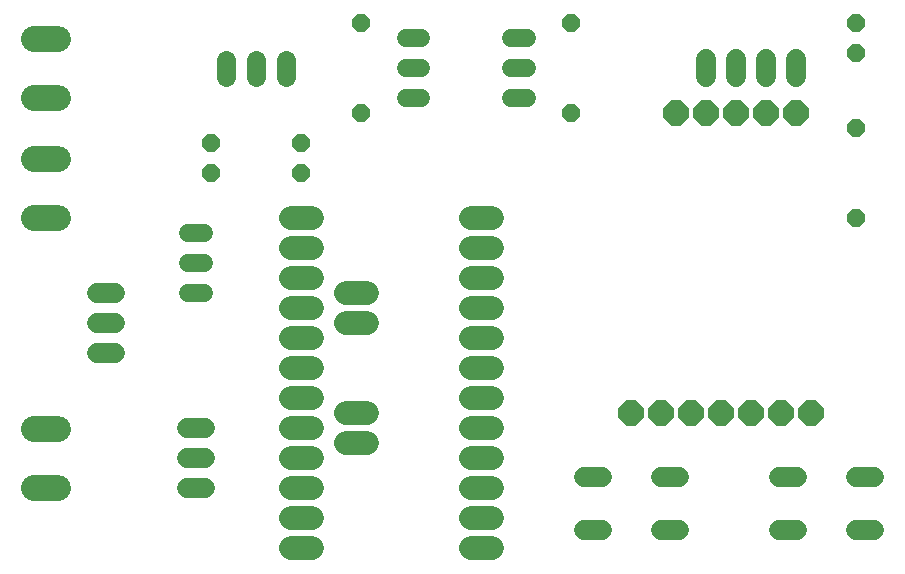
<source format=gts>
G75*
%MOIN*%
%OFA0B0*%
%FSLAX25Y25*%
%IPPOS*%
%LPD*%
%AMOC8*
5,1,8,0,0,1.08239X$1,22.5*
%
%ADD10C,0.06800*%
%ADD11OC8,0.06000*%
%ADD12OC8,0.08400*%
%ADD13C,0.08600*%
%ADD14C,0.07887*%
%ADD15C,0.05950*%
%ADD16C,0.06400*%
%ADD17C,0.06000*%
D10*
X0073500Y0031500D02*
X0079500Y0031500D01*
X0079500Y0041500D02*
X0073500Y0041500D01*
X0073500Y0051500D02*
X0079500Y0051500D01*
X0049500Y0076500D02*
X0043500Y0076500D01*
X0043500Y0086500D02*
X0049500Y0086500D01*
X0049500Y0096500D02*
X0043500Y0096500D01*
X0205700Y0035400D02*
X0211700Y0035400D01*
X0231300Y0035400D02*
X0237300Y0035400D01*
X0237300Y0017600D02*
X0231300Y0017600D01*
X0211700Y0017600D02*
X0205700Y0017600D01*
X0270700Y0017600D02*
X0276700Y0017600D01*
X0296300Y0017600D02*
X0302300Y0017600D01*
X0302300Y0035400D02*
X0296300Y0035400D01*
X0276700Y0035400D02*
X0270700Y0035400D01*
X0266500Y0168500D02*
X0266500Y0174500D01*
X0256500Y0174500D02*
X0256500Y0168500D01*
X0246500Y0168500D02*
X0246500Y0174500D01*
X0276500Y0174500D02*
X0276500Y0168500D01*
D11*
X0296500Y0176500D03*
X0296500Y0186500D03*
X0296500Y0151500D03*
X0296500Y0121500D03*
X0201500Y0156500D03*
X0201500Y0186500D03*
X0131500Y0186500D03*
X0131500Y0156500D03*
X0111500Y0146500D03*
X0111500Y0136500D03*
X0081500Y0136500D03*
X0081500Y0146500D03*
D12*
X0221500Y0056500D03*
X0231500Y0056500D03*
X0241500Y0056500D03*
X0251500Y0056500D03*
X0261500Y0056500D03*
X0271500Y0056500D03*
X0281500Y0056500D03*
X0276500Y0156500D03*
X0266500Y0156500D03*
X0256500Y0156500D03*
X0246500Y0156500D03*
X0236500Y0156500D03*
D13*
X0030400Y0031700D02*
X0022600Y0031700D01*
X0022600Y0051400D02*
X0030400Y0051400D01*
X0030400Y0121700D02*
X0022600Y0121700D01*
X0022600Y0141400D02*
X0030400Y0141400D01*
X0030400Y0161700D02*
X0022600Y0161700D01*
X0022600Y0181400D02*
X0030400Y0181400D01*
D14*
X0107957Y0121500D02*
X0115043Y0121500D01*
X0115043Y0111500D02*
X0107957Y0111500D01*
X0107957Y0101500D02*
X0115043Y0101500D01*
X0126500Y0096500D02*
X0133587Y0096500D01*
X0133587Y0086500D02*
X0126500Y0086500D01*
X0115043Y0081500D02*
X0107957Y0081500D01*
X0107957Y0071500D02*
X0115043Y0071500D01*
X0115043Y0061500D02*
X0107957Y0061500D01*
X0107957Y0051500D02*
X0115043Y0051500D01*
X0126500Y0046500D02*
X0133587Y0046500D01*
X0133587Y0056500D02*
X0126500Y0056500D01*
X0115043Y0041500D02*
X0107957Y0041500D01*
X0107957Y0031500D02*
X0115043Y0031500D01*
X0115043Y0021500D02*
X0107957Y0021500D01*
X0107957Y0011500D02*
X0115043Y0011500D01*
X0167957Y0011500D02*
X0175043Y0011500D01*
X0175043Y0021500D02*
X0167957Y0021500D01*
X0167957Y0031500D02*
X0175043Y0031500D01*
X0175043Y0041500D02*
X0167957Y0041500D01*
X0167957Y0051500D02*
X0175043Y0051500D01*
X0175043Y0061500D02*
X0167957Y0061500D01*
X0167957Y0071500D02*
X0175043Y0071500D01*
X0175043Y0081500D02*
X0167957Y0081500D01*
X0167957Y0091500D02*
X0175043Y0091500D01*
X0175043Y0101500D02*
X0167957Y0101500D01*
X0167957Y0111500D02*
X0175043Y0111500D01*
X0175043Y0121500D02*
X0167957Y0121500D01*
X0115043Y0091500D02*
X0107957Y0091500D01*
D15*
X0079075Y0096500D02*
X0073925Y0096500D01*
X0073925Y0106500D02*
X0079075Y0106500D01*
X0079075Y0116500D02*
X0073925Y0116500D01*
D16*
X0086500Y0168700D02*
X0086500Y0174300D01*
X0096500Y0174300D02*
X0096500Y0168700D01*
X0106500Y0168700D02*
X0106500Y0174300D01*
D17*
X0146300Y0171500D02*
X0151500Y0171500D01*
X0151500Y0161500D02*
X0146300Y0161500D01*
X0146300Y0181500D02*
X0151500Y0181500D01*
X0181500Y0181500D02*
X0186700Y0181500D01*
X0186700Y0171500D02*
X0181500Y0171500D01*
X0181500Y0161500D02*
X0186700Y0161500D01*
M02*

</source>
